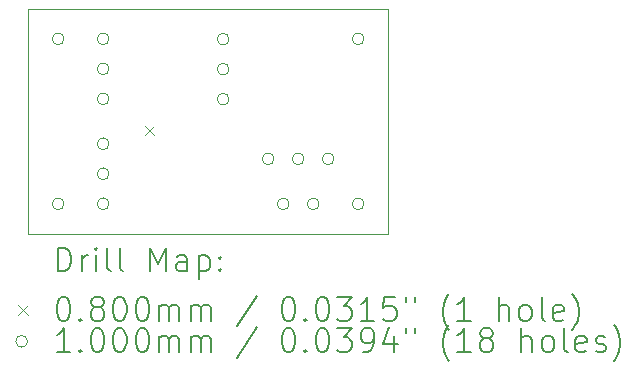
<source format=gbr>
%FSLAX45Y45*%
G04 Gerber Fmt 4.5, Leading zero omitted, Abs format (unit mm)*
G04 Created by KiCad (PCBNEW 6.0.4) date 2022-03-30 22:58:50*
%MOMM*%
%LPD*%
G01*
G04 APERTURE LIST*
%TA.AperFunction,Profile*%
%ADD10C,0.100000*%
%TD*%
%ADD11C,0.200000*%
%ADD12C,0.080000*%
%ADD13C,0.100000*%
G04 APERTURE END LIST*
D10*
X10414000Y-4826000D02*
X7366000Y-4826000D01*
X10414000Y-6731000D02*
X10414000Y-4826000D01*
X7366000Y-6731000D02*
X10414000Y-6731000D01*
X7366000Y-4826000D02*
X7366000Y-6731000D01*
D11*
D12*
X8354700Y-5814700D02*
X8434700Y-5894700D01*
X8434700Y-5814700D02*
X8354700Y-5894700D01*
D13*
X7670000Y-5080000D02*
G75*
G03*
X7670000Y-5080000I-50000J0D01*
G01*
X7670000Y-6477000D02*
G75*
G03*
X7670000Y-6477000I-50000J0D01*
G01*
X8051000Y-5080000D02*
G75*
G03*
X8051000Y-5080000I-50000J0D01*
G01*
X8051000Y-5334000D02*
G75*
G03*
X8051000Y-5334000I-50000J0D01*
G01*
X8051000Y-5588000D02*
G75*
G03*
X8051000Y-5588000I-50000J0D01*
G01*
X8051000Y-5967500D02*
G75*
G03*
X8051000Y-5967500I-50000J0D01*
G01*
X8051000Y-6221500D02*
G75*
G03*
X8051000Y-6221500I-50000J0D01*
G01*
X8051000Y-6475500D02*
G75*
G03*
X8051000Y-6475500I-50000J0D01*
G01*
X9067000Y-5081500D02*
G75*
G03*
X9067000Y-5081500I-50000J0D01*
G01*
X9067000Y-5335500D02*
G75*
G03*
X9067000Y-5335500I-50000J0D01*
G01*
X9067000Y-5589500D02*
G75*
G03*
X9067000Y-5589500I-50000J0D01*
G01*
X9448000Y-6096000D02*
G75*
G03*
X9448000Y-6096000I-50000J0D01*
G01*
X9575500Y-6477000D02*
G75*
G03*
X9575500Y-6477000I-50000J0D01*
G01*
X9702000Y-6096000D02*
G75*
G03*
X9702000Y-6096000I-50000J0D01*
G01*
X9829500Y-6477000D02*
G75*
G03*
X9829500Y-6477000I-50000J0D01*
G01*
X9956000Y-6096000D02*
G75*
G03*
X9956000Y-6096000I-50000J0D01*
G01*
X10210000Y-5080000D02*
G75*
G03*
X10210000Y-5080000I-50000J0D01*
G01*
X10210000Y-6477000D02*
G75*
G03*
X10210000Y-6477000I-50000J0D01*
G01*
D11*
X7618619Y-7046476D02*
X7618619Y-6846476D01*
X7666238Y-6846476D01*
X7694809Y-6856000D01*
X7713857Y-6875048D01*
X7723381Y-6894095D01*
X7732905Y-6932190D01*
X7732905Y-6960762D01*
X7723381Y-6998857D01*
X7713857Y-7017905D01*
X7694809Y-7036952D01*
X7666238Y-7046476D01*
X7618619Y-7046476D01*
X7818619Y-7046476D02*
X7818619Y-6913143D01*
X7818619Y-6951238D02*
X7828143Y-6932190D01*
X7837667Y-6922667D01*
X7856714Y-6913143D01*
X7875762Y-6913143D01*
X7942428Y-7046476D02*
X7942428Y-6913143D01*
X7942428Y-6846476D02*
X7932905Y-6856000D01*
X7942428Y-6865524D01*
X7951952Y-6856000D01*
X7942428Y-6846476D01*
X7942428Y-6865524D01*
X8066238Y-7046476D02*
X8047190Y-7036952D01*
X8037667Y-7017905D01*
X8037667Y-6846476D01*
X8171000Y-7046476D02*
X8151952Y-7036952D01*
X8142428Y-7017905D01*
X8142428Y-6846476D01*
X8399571Y-7046476D02*
X8399571Y-6846476D01*
X8466238Y-6989333D01*
X8532905Y-6846476D01*
X8532905Y-7046476D01*
X8713857Y-7046476D02*
X8713857Y-6941714D01*
X8704333Y-6922667D01*
X8685286Y-6913143D01*
X8647190Y-6913143D01*
X8628143Y-6922667D01*
X8713857Y-7036952D02*
X8694810Y-7046476D01*
X8647190Y-7046476D01*
X8628143Y-7036952D01*
X8618619Y-7017905D01*
X8618619Y-6998857D01*
X8628143Y-6979809D01*
X8647190Y-6970286D01*
X8694810Y-6970286D01*
X8713857Y-6960762D01*
X8809095Y-6913143D02*
X8809095Y-7113143D01*
X8809095Y-6922667D02*
X8828143Y-6913143D01*
X8866238Y-6913143D01*
X8885286Y-6922667D01*
X8894810Y-6932190D01*
X8904333Y-6951238D01*
X8904333Y-7008381D01*
X8894810Y-7027428D01*
X8885286Y-7036952D01*
X8866238Y-7046476D01*
X8828143Y-7046476D01*
X8809095Y-7036952D01*
X8990048Y-7027428D02*
X8999571Y-7036952D01*
X8990048Y-7046476D01*
X8980524Y-7036952D01*
X8990048Y-7027428D01*
X8990048Y-7046476D01*
X8990048Y-6922667D02*
X8999571Y-6932190D01*
X8990048Y-6941714D01*
X8980524Y-6932190D01*
X8990048Y-6922667D01*
X8990048Y-6941714D01*
D12*
X7281000Y-7336000D02*
X7361000Y-7416000D01*
X7361000Y-7336000D02*
X7281000Y-7416000D01*
D11*
X7656714Y-7266476D02*
X7675762Y-7266476D01*
X7694809Y-7276000D01*
X7704333Y-7285524D01*
X7713857Y-7304571D01*
X7723381Y-7342667D01*
X7723381Y-7390286D01*
X7713857Y-7428381D01*
X7704333Y-7447428D01*
X7694809Y-7456952D01*
X7675762Y-7466476D01*
X7656714Y-7466476D01*
X7637667Y-7456952D01*
X7628143Y-7447428D01*
X7618619Y-7428381D01*
X7609095Y-7390286D01*
X7609095Y-7342667D01*
X7618619Y-7304571D01*
X7628143Y-7285524D01*
X7637667Y-7276000D01*
X7656714Y-7266476D01*
X7809095Y-7447428D02*
X7818619Y-7456952D01*
X7809095Y-7466476D01*
X7799571Y-7456952D01*
X7809095Y-7447428D01*
X7809095Y-7466476D01*
X7932905Y-7352190D02*
X7913857Y-7342667D01*
X7904333Y-7333143D01*
X7894809Y-7314095D01*
X7894809Y-7304571D01*
X7904333Y-7285524D01*
X7913857Y-7276000D01*
X7932905Y-7266476D01*
X7971000Y-7266476D01*
X7990048Y-7276000D01*
X7999571Y-7285524D01*
X8009095Y-7304571D01*
X8009095Y-7314095D01*
X7999571Y-7333143D01*
X7990048Y-7342667D01*
X7971000Y-7352190D01*
X7932905Y-7352190D01*
X7913857Y-7361714D01*
X7904333Y-7371238D01*
X7894809Y-7390286D01*
X7894809Y-7428381D01*
X7904333Y-7447428D01*
X7913857Y-7456952D01*
X7932905Y-7466476D01*
X7971000Y-7466476D01*
X7990048Y-7456952D01*
X7999571Y-7447428D01*
X8009095Y-7428381D01*
X8009095Y-7390286D01*
X7999571Y-7371238D01*
X7990048Y-7361714D01*
X7971000Y-7352190D01*
X8132905Y-7266476D02*
X8151952Y-7266476D01*
X8171000Y-7276000D01*
X8180524Y-7285524D01*
X8190048Y-7304571D01*
X8199571Y-7342667D01*
X8199571Y-7390286D01*
X8190048Y-7428381D01*
X8180524Y-7447428D01*
X8171000Y-7456952D01*
X8151952Y-7466476D01*
X8132905Y-7466476D01*
X8113857Y-7456952D01*
X8104333Y-7447428D01*
X8094809Y-7428381D01*
X8085286Y-7390286D01*
X8085286Y-7342667D01*
X8094809Y-7304571D01*
X8104333Y-7285524D01*
X8113857Y-7276000D01*
X8132905Y-7266476D01*
X8323381Y-7266476D02*
X8342428Y-7266476D01*
X8361476Y-7276000D01*
X8371000Y-7285524D01*
X8380524Y-7304571D01*
X8390048Y-7342667D01*
X8390048Y-7390286D01*
X8380524Y-7428381D01*
X8371000Y-7447428D01*
X8361476Y-7456952D01*
X8342428Y-7466476D01*
X8323381Y-7466476D01*
X8304333Y-7456952D01*
X8294809Y-7447428D01*
X8285286Y-7428381D01*
X8275762Y-7390286D01*
X8275762Y-7342667D01*
X8285286Y-7304571D01*
X8294809Y-7285524D01*
X8304333Y-7276000D01*
X8323381Y-7266476D01*
X8475762Y-7466476D02*
X8475762Y-7333143D01*
X8475762Y-7352190D02*
X8485286Y-7342667D01*
X8504333Y-7333143D01*
X8532905Y-7333143D01*
X8551952Y-7342667D01*
X8561476Y-7361714D01*
X8561476Y-7466476D01*
X8561476Y-7361714D02*
X8571000Y-7342667D01*
X8590048Y-7333143D01*
X8618619Y-7333143D01*
X8637667Y-7342667D01*
X8647190Y-7361714D01*
X8647190Y-7466476D01*
X8742429Y-7466476D02*
X8742429Y-7333143D01*
X8742429Y-7352190D02*
X8751952Y-7342667D01*
X8771000Y-7333143D01*
X8799571Y-7333143D01*
X8818619Y-7342667D01*
X8828143Y-7361714D01*
X8828143Y-7466476D01*
X8828143Y-7361714D02*
X8837667Y-7342667D01*
X8856714Y-7333143D01*
X8885286Y-7333143D01*
X8904333Y-7342667D01*
X8913857Y-7361714D01*
X8913857Y-7466476D01*
X9304333Y-7256952D02*
X9132905Y-7514095D01*
X9561476Y-7266476D02*
X9580524Y-7266476D01*
X9599571Y-7276000D01*
X9609095Y-7285524D01*
X9618619Y-7304571D01*
X9628143Y-7342667D01*
X9628143Y-7390286D01*
X9618619Y-7428381D01*
X9609095Y-7447428D01*
X9599571Y-7456952D01*
X9580524Y-7466476D01*
X9561476Y-7466476D01*
X9542429Y-7456952D01*
X9532905Y-7447428D01*
X9523381Y-7428381D01*
X9513857Y-7390286D01*
X9513857Y-7342667D01*
X9523381Y-7304571D01*
X9532905Y-7285524D01*
X9542429Y-7276000D01*
X9561476Y-7266476D01*
X9713857Y-7447428D02*
X9723381Y-7456952D01*
X9713857Y-7466476D01*
X9704333Y-7456952D01*
X9713857Y-7447428D01*
X9713857Y-7466476D01*
X9847190Y-7266476D02*
X9866238Y-7266476D01*
X9885286Y-7276000D01*
X9894810Y-7285524D01*
X9904333Y-7304571D01*
X9913857Y-7342667D01*
X9913857Y-7390286D01*
X9904333Y-7428381D01*
X9894810Y-7447428D01*
X9885286Y-7456952D01*
X9866238Y-7466476D01*
X9847190Y-7466476D01*
X9828143Y-7456952D01*
X9818619Y-7447428D01*
X9809095Y-7428381D01*
X9799571Y-7390286D01*
X9799571Y-7342667D01*
X9809095Y-7304571D01*
X9818619Y-7285524D01*
X9828143Y-7276000D01*
X9847190Y-7266476D01*
X9980524Y-7266476D02*
X10104333Y-7266476D01*
X10037667Y-7342667D01*
X10066238Y-7342667D01*
X10085286Y-7352190D01*
X10094810Y-7361714D01*
X10104333Y-7380762D01*
X10104333Y-7428381D01*
X10094810Y-7447428D01*
X10085286Y-7456952D01*
X10066238Y-7466476D01*
X10009095Y-7466476D01*
X9990048Y-7456952D01*
X9980524Y-7447428D01*
X10294810Y-7466476D02*
X10180524Y-7466476D01*
X10237667Y-7466476D02*
X10237667Y-7266476D01*
X10218619Y-7295048D01*
X10199571Y-7314095D01*
X10180524Y-7323619D01*
X10475762Y-7266476D02*
X10380524Y-7266476D01*
X10371000Y-7361714D01*
X10380524Y-7352190D01*
X10399571Y-7342667D01*
X10447190Y-7342667D01*
X10466238Y-7352190D01*
X10475762Y-7361714D01*
X10485286Y-7380762D01*
X10485286Y-7428381D01*
X10475762Y-7447428D01*
X10466238Y-7456952D01*
X10447190Y-7466476D01*
X10399571Y-7466476D01*
X10380524Y-7456952D01*
X10371000Y-7447428D01*
X10561476Y-7266476D02*
X10561476Y-7304571D01*
X10637667Y-7266476D02*
X10637667Y-7304571D01*
X10932905Y-7542667D02*
X10923381Y-7533143D01*
X10904333Y-7504571D01*
X10894810Y-7485524D01*
X10885286Y-7456952D01*
X10875762Y-7409333D01*
X10875762Y-7371238D01*
X10885286Y-7323619D01*
X10894810Y-7295048D01*
X10904333Y-7276000D01*
X10923381Y-7247428D01*
X10932905Y-7237905D01*
X11113857Y-7466476D02*
X10999571Y-7466476D01*
X11056714Y-7466476D02*
X11056714Y-7266476D01*
X11037667Y-7295048D01*
X11018619Y-7314095D01*
X10999571Y-7323619D01*
X11351952Y-7466476D02*
X11351952Y-7266476D01*
X11437667Y-7466476D02*
X11437667Y-7361714D01*
X11428143Y-7342667D01*
X11409095Y-7333143D01*
X11380524Y-7333143D01*
X11361476Y-7342667D01*
X11351952Y-7352190D01*
X11561476Y-7466476D02*
X11542428Y-7456952D01*
X11532905Y-7447428D01*
X11523381Y-7428381D01*
X11523381Y-7371238D01*
X11532905Y-7352190D01*
X11542428Y-7342667D01*
X11561476Y-7333143D01*
X11590048Y-7333143D01*
X11609095Y-7342667D01*
X11618619Y-7352190D01*
X11628143Y-7371238D01*
X11628143Y-7428381D01*
X11618619Y-7447428D01*
X11609095Y-7456952D01*
X11590048Y-7466476D01*
X11561476Y-7466476D01*
X11742428Y-7466476D02*
X11723381Y-7456952D01*
X11713857Y-7437905D01*
X11713857Y-7266476D01*
X11894809Y-7456952D02*
X11875762Y-7466476D01*
X11837667Y-7466476D01*
X11818619Y-7456952D01*
X11809095Y-7437905D01*
X11809095Y-7361714D01*
X11818619Y-7342667D01*
X11837667Y-7333143D01*
X11875762Y-7333143D01*
X11894809Y-7342667D01*
X11904333Y-7361714D01*
X11904333Y-7380762D01*
X11809095Y-7399809D01*
X11971000Y-7542667D02*
X11980524Y-7533143D01*
X11999571Y-7504571D01*
X12009095Y-7485524D01*
X12018619Y-7456952D01*
X12028143Y-7409333D01*
X12028143Y-7371238D01*
X12018619Y-7323619D01*
X12009095Y-7295048D01*
X11999571Y-7276000D01*
X11980524Y-7247428D01*
X11971000Y-7237905D01*
D13*
X7361000Y-7640000D02*
G75*
G03*
X7361000Y-7640000I-50000J0D01*
G01*
D11*
X7723381Y-7730476D02*
X7609095Y-7730476D01*
X7666238Y-7730476D02*
X7666238Y-7530476D01*
X7647190Y-7559048D01*
X7628143Y-7578095D01*
X7609095Y-7587619D01*
X7809095Y-7711428D02*
X7818619Y-7720952D01*
X7809095Y-7730476D01*
X7799571Y-7720952D01*
X7809095Y-7711428D01*
X7809095Y-7730476D01*
X7942428Y-7530476D02*
X7961476Y-7530476D01*
X7980524Y-7540000D01*
X7990048Y-7549524D01*
X7999571Y-7568571D01*
X8009095Y-7606667D01*
X8009095Y-7654286D01*
X7999571Y-7692381D01*
X7990048Y-7711428D01*
X7980524Y-7720952D01*
X7961476Y-7730476D01*
X7942428Y-7730476D01*
X7923381Y-7720952D01*
X7913857Y-7711428D01*
X7904333Y-7692381D01*
X7894809Y-7654286D01*
X7894809Y-7606667D01*
X7904333Y-7568571D01*
X7913857Y-7549524D01*
X7923381Y-7540000D01*
X7942428Y-7530476D01*
X8132905Y-7530476D02*
X8151952Y-7530476D01*
X8171000Y-7540000D01*
X8180524Y-7549524D01*
X8190048Y-7568571D01*
X8199571Y-7606667D01*
X8199571Y-7654286D01*
X8190048Y-7692381D01*
X8180524Y-7711428D01*
X8171000Y-7720952D01*
X8151952Y-7730476D01*
X8132905Y-7730476D01*
X8113857Y-7720952D01*
X8104333Y-7711428D01*
X8094809Y-7692381D01*
X8085286Y-7654286D01*
X8085286Y-7606667D01*
X8094809Y-7568571D01*
X8104333Y-7549524D01*
X8113857Y-7540000D01*
X8132905Y-7530476D01*
X8323381Y-7530476D02*
X8342428Y-7530476D01*
X8361476Y-7540000D01*
X8371000Y-7549524D01*
X8380524Y-7568571D01*
X8390048Y-7606667D01*
X8390048Y-7654286D01*
X8380524Y-7692381D01*
X8371000Y-7711428D01*
X8361476Y-7720952D01*
X8342428Y-7730476D01*
X8323381Y-7730476D01*
X8304333Y-7720952D01*
X8294809Y-7711428D01*
X8285286Y-7692381D01*
X8275762Y-7654286D01*
X8275762Y-7606667D01*
X8285286Y-7568571D01*
X8294809Y-7549524D01*
X8304333Y-7540000D01*
X8323381Y-7530476D01*
X8475762Y-7730476D02*
X8475762Y-7597143D01*
X8475762Y-7616190D02*
X8485286Y-7606667D01*
X8504333Y-7597143D01*
X8532905Y-7597143D01*
X8551952Y-7606667D01*
X8561476Y-7625714D01*
X8561476Y-7730476D01*
X8561476Y-7625714D02*
X8571000Y-7606667D01*
X8590048Y-7597143D01*
X8618619Y-7597143D01*
X8637667Y-7606667D01*
X8647190Y-7625714D01*
X8647190Y-7730476D01*
X8742429Y-7730476D02*
X8742429Y-7597143D01*
X8742429Y-7616190D02*
X8751952Y-7606667D01*
X8771000Y-7597143D01*
X8799571Y-7597143D01*
X8818619Y-7606667D01*
X8828143Y-7625714D01*
X8828143Y-7730476D01*
X8828143Y-7625714D02*
X8837667Y-7606667D01*
X8856714Y-7597143D01*
X8885286Y-7597143D01*
X8904333Y-7606667D01*
X8913857Y-7625714D01*
X8913857Y-7730476D01*
X9304333Y-7520952D02*
X9132905Y-7778095D01*
X9561476Y-7530476D02*
X9580524Y-7530476D01*
X9599571Y-7540000D01*
X9609095Y-7549524D01*
X9618619Y-7568571D01*
X9628143Y-7606667D01*
X9628143Y-7654286D01*
X9618619Y-7692381D01*
X9609095Y-7711428D01*
X9599571Y-7720952D01*
X9580524Y-7730476D01*
X9561476Y-7730476D01*
X9542429Y-7720952D01*
X9532905Y-7711428D01*
X9523381Y-7692381D01*
X9513857Y-7654286D01*
X9513857Y-7606667D01*
X9523381Y-7568571D01*
X9532905Y-7549524D01*
X9542429Y-7540000D01*
X9561476Y-7530476D01*
X9713857Y-7711428D02*
X9723381Y-7720952D01*
X9713857Y-7730476D01*
X9704333Y-7720952D01*
X9713857Y-7711428D01*
X9713857Y-7730476D01*
X9847190Y-7530476D02*
X9866238Y-7530476D01*
X9885286Y-7540000D01*
X9894810Y-7549524D01*
X9904333Y-7568571D01*
X9913857Y-7606667D01*
X9913857Y-7654286D01*
X9904333Y-7692381D01*
X9894810Y-7711428D01*
X9885286Y-7720952D01*
X9866238Y-7730476D01*
X9847190Y-7730476D01*
X9828143Y-7720952D01*
X9818619Y-7711428D01*
X9809095Y-7692381D01*
X9799571Y-7654286D01*
X9799571Y-7606667D01*
X9809095Y-7568571D01*
X9818619Y-7549524D01*
X9828143Y-7540000D01*
X9847190Y-7530476D01*
X9980524Y-7530476D02*
X10104333Y-7530476D01*
X10037667Y-7606667D01*
X10066238Y-7606667D01*
X10085286Y-7616190D01*
X10094810Y-7625714D01*
X10104333Y-7644762D01*
X10104333Y-7692381D01*
X10094810Y-7711428D01*
X10085286Y-7720952D01*
X10066238Y-7730476D01*
X10009095Y-7730476D01*
X9990048Y-7720952D01*
X9980524Y-7711428D01*
X10199571Y-7730476D02*
X10237667Y-7730476D01*
X10256714Y-7720952D01*
X10266238Y-7711428D01*
X10285286Y-7682857D01*
X10294810Y-7644762D01*
X10294810Y-7568571D01*
X10285286Y-7549524D01*
X10275762Y-7540000D01*
X10256714Y-7530476D01*
X10218619Y-7530476D01*
X10199571Y-7540000D01*
X10190048Y-7549524D01*
X10180524Y-7568571D01*
X10180524Y-7616190D01*
X10190048Y-7635238D01*
X10199571Y-7644762D01*
X10218619Y-7654286D01*
X10256714Y-7654286D01*
X10275762Y-7644762D01*
X10285286Y-7635238D01*
X10294810Y-7616190D01*
X10466238Y-7597143D02*
X10466238Y-7730476D01*
X10418619Y-7520952D02*
X10371000Y-7663809D01*
X10494810Y-7663809D01*
X10561476Y-7530476D02*
X10561476Y-7568571D01*
X10637667Y-7530476D02*
X10637667Y-7568571D01*
X10932905Y-7806667D02*
X10923381Y-7797143D01*
X10904333Y-7768571D01*
X10894810Y-7749524D01*
X10885286Y-7720952D01*
X10875762Y-7673333D01*
X10875762Y-7635238D01*
X10885286Y-7587619D01*
X10894810Y-7559048D01*
X10904333Y-7540000D01*
X10923381Y-7511428D01*
X10932905Y-7501905D01*
X11113857Y-7730476D02*
X10999571Y-7730476D01*
X11056714Y-7730476D02*
X11056714Y-7530476D01*
X11037667Y-7559048D01*
X11018619Y-7578095D01*
X10999571Y-7587619D01*
X11228143Y-7616190D02*
X11209095Y-7606667D01*
X11199571Y-7597143D01*
X11190048Y-7578095D01*
X11190048Y-7568571D01*
X11199571Y-7549524D01*
X11209095Y-7540000D01*
X11228143Y-7530476D01*
X11266238Y-7530476D01*
X11285286Y-7540000D01*
X11294809Y-7549524D01*
X11304333Y-7568571D01*
X11304333Y-7578095D01*
X11294809Y-7597143D01*
X11285286Y-7606667D01*
X11266238Y-7616190D01*
X11228143Y-7616190D01*
X11209095Y-7625714D01*
X11199571Y-7635238D01*
X11190048Y-7654286D01*
X11190048Y-7692381D01*
X11199571Y-7711428D01*
X11209095Y-7720952D01*
X11228143Y-7730476D01*
X11266238Y-7730476D01*
X11285286Y-7720952D01*
X11294809Y-7711428D01*
X11304333Y-7692381D01*
X11304333Y-7654286D01*
X11294809Y-7635238D01*
X11285286Y-7625714D01*
X11266238Y-7616190D01*
X11542428Y-7730476D02*
X11542428Y-7530476D01*
X11628143Y-7730476D02*
X11628143Y-7625714D01*
X11618619Y-7606667D01*
X11599571Y-7597143D01*
X11571000Y-7597143D01*
X11551952Y-7606667D01*
X11542428Y-7616190D01*
X11751952Y-7730476D02*
X11732905Y-7720952D01*
X11723381Y-7711428D01*
X11713857Y-7692381D01*
X11713857Y-7635238D01*
X11723381Y-7616190D01*
X11732905Y-7606667D01*
X11751952Y-7597143D01*
X11780524Y-7597143D01*
X11799571Y-7606667D01*
X11809095Y-7616190D01*
X11818619Y-7635238D01*
X11818619Y-7692381D01*
X11809095Y-7711428D01*
X11799571Y-7720952D01*
X11780524Y-7730476D01*
X11751952Y-7730476D01*
X11932905Y-7730476D02*
X11913857Y-7720952D01*
X11904333Y-7701905D01*
X11904333Y-7530476D01*
X12085286Y-7720952D02*
X12066238Y-7730476D01*
X12028143Y-7730476D01*
X12009095Y-7720952D01*
X11999571Y-7701905D01*
X11999571Y-7625714D01*
X12009095Y-7606667D01*
X12028143Y-7597143D01*
X12066238Y-7597143D01*
X12085286Y-7606667D01*
X12094809Y-7625714D01*
X12094809Y-7644762D01*
X11999571Y-7663809D01*
X12171000Y-7720952D02*
X12190048Y-7730476D01*
X12228143Y-7730476D01*
X12247190Y-7720952D01*
X12256714Y-7701905D01*
X12256714Y-7692381D01*
X12247190Y-7673333D01*
X12228143Y-7663809D01*
X12199571Y-7663809D01*
X12180524Y-7654286D01*
X12171000Y-7635238D01*
X12171000Y-7625714D01*
X12180524Y-7606667D01*
X12199571Y-7597143D01*
X12228143Y-7597143D01*
X12247190Y-7606667D01*
X12323381Y-7806667D02*
X12332905Y-7797143D01*
X12351952Y-7768571D01*
X12361476Y-7749524D01*
X12371000Y-7720952D01*
X12380524Y-7673333D01*
X12380524Y-7635238D01*
X12371000Y-7587619D01*
X12361476Y-7559048D01*
X12351952Y-7540000D01*
X12332905Y-7511428D01*
X12323381Y-7501905D01*
M02*

</source>
